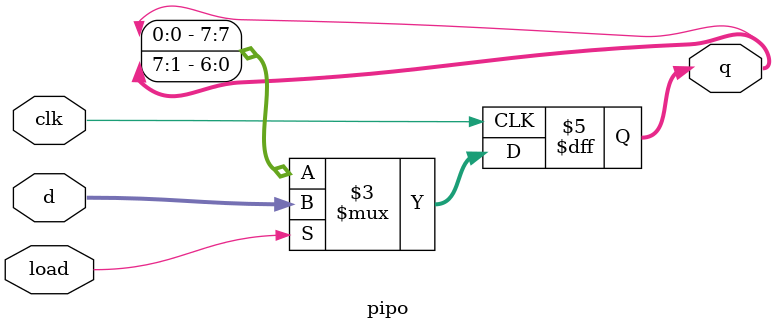
<source format=v>
module pipo(d,clk,load,q);
  input [7:0]d;
  input clk,load;
  output reg[7:0]q;
  
  //reg [7:0]temp;
  
   always @(posedge clk ) 
   begin
     if (load)
       q <= d;
   else
     
      q<= {q[0],q[7:1]};
     
 end
 
endmodule
</source>
